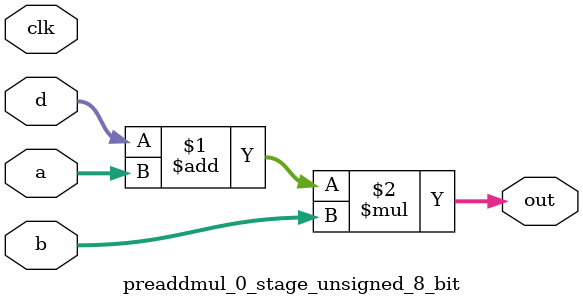
<source format=sv>
(* use_dsp = "yes" *) module preaddmul_0_stage_unsigned_8_bit(
	input  [7:0] d,
	input  [7:0] a,
	input  [7:0] b,
	output [7:0] out,
	input clk);

	assign out = (d + a) * b;
endmodule

</source>
